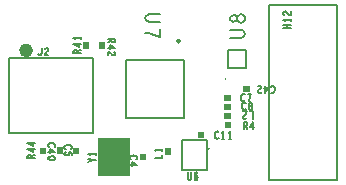
<source format=gto>
G04 ================== begin FILE IDENTIFICATION RECORD ==================*
G04 Layout Name:  ETDS_PCB_ANTENNA.brd*
G04 Film Name:    SILKSCREEN_TOP*
G04 File Format:  Gerber RS274X*
G04 File Origin:  Cadence Allegro 16.6-P004*
G04 Origin Date:  Mon Dec 01 16:47:35 2014*
G04 *
G04 Layer:  REF DES/SILKSCREEN_TOP*
G04 Layer:  PACKAGE GEOMETRY/SILKSCREEN_TOP*
G04 Layer:  BOARD GEOMETRY/SILKSCREEN_TOP*
G04 *
G04 Offset:    (0.00 0.00)*
G04 Mirror:    No*
G04 Mode:      Positive*
G04 Rotation:  0*
G04 FullContactRelief:  No*
G04 UndefLineWidth:     5.00*
G04 ================== end FILE IDENTIFICATION RECORD ====================*
%FSLAX25Y25*MOIN*%
%IR0*IPPOS*OFA0.00000B0.00000*MIA0B0*SFA1.00000B1.00000*%
%ADD10C,.005*%
G75*
%LPD*%
G75*
G36*
G01X769300Y1665500D02*
X767300D01*
Y1663300D01*
X769300D01*
Y1665500D01*
G37*
G36*
G01X761600Y1663200D02*
X763600D01*
Y1665400D01*
X761600D01*
Y1663200D01*
G37*
G36*
G01X759441Y1697800D02*
G03I-2341J0D01*
G37*
G36*
G01X781100Y1656000D02*
X791800D01*
Y1668600D01*
X781100D01*
Y1656000D01*
G37*
G36*
G01X774800Y1665300D02*
X772800D01*
Y1663100D01*
X774800D01*
Y1665300D01*
G37*
G36*
G01X776200Y1698300D02*
X778200D01*
Y1700500D01*
X776200D01*
Y1698300D01*
G37*
G36*
G01X783300Y1700500D02*
X781300D01*
Y1698300D01*
X783300D01*
Y1700500D01*
G37*
G36*
G01X797000Y1663400D02*
X795000D01*
Y1661200D01*
X797000D01*
Y1663400D01*
G37*
G36*
G01X803350Y1663000D02*
X805350D01*
Y1665200D01*
X803350D01*
Y1663000D01*
G37*
G36*
G01X814250Y1670550D02*
Y1668550D01*
X816450D01*
Y1670550D01*
X814250D01*
G37*
G36*
G01X808706Y1700900D02*
G03I-806J0D01*
G37*
G36*
G01X818397Y1664950D02*
G03I-447J0D01*
G37*
G36*
G01X823200Y1680000D02*
Y1678000D01*
X825400D01*
Y1680000D01*
X823200D01*
G37*
G36*
G01X823050Y1682850D02*
Y1680850D01*
X825250D01*
Y1682850D01*
X823050D01*
G37*
G36*
G01X823250Y1673800D02*
Y1671800D01*
X825450D01*
Y1673800D01*
X823250D01*
G37*
G36*
G01X825350Y1675050D02*
Y1677050D01*
X823150D01*
Y1675050D01*
X825350D01*
G37*
G36*
G01X831750Y1683850D02*
Y1685850D01*
X829550D01*
Y1683850D01*
X831750D01*
G37*
G36*
G01X823961Y1688350D02*
G03I-361J0D01*
G37*
G54D10*
G01X779300Y1670300D02*
Y1695200D01*
Y1695300D01*
X779200D01*
X751400D01*
Y1670300D01*
X779300D01*
G01X772192Y1665013D02*
X772317Y1665173D01*
X772400Y1665360D01*
Y1665573D01*
X772275Y1665813D01*
X772067Y1666000D01*
X771817Y1666133D01*
X771400Y1666240D01*
X771025Y1666267D01*
X770650Y1666213D01*
X770400Y1666133D01*
X770150Y1665973D01*
X769983Y1665787D01*
X769900Y1665600D01*
Y1665413D01*
X769983Y1665227D01*
X770108Y1665067D01*
X770275Y1664933D01*
G01Y1663987D02*
X770067Y1663827D01*
X769942Y1663640D01*
X769900Y1663400D01*
X769983Y1663160D01*
X770150Y1662973D01*
X770442Y1662840D01*
X770775Y1662813D01*
X771108Y1662867D01*
X771317Y1663000D01*
X771483Y1663187D01*
X771525Y1663373D01*
X771483Y1663560D01*
X771317Y1663800D01*
X772400Y1663720D01*
Y1663000D01*
G01X766692Y1665713D02*
X766817Y1665873D01*
X766900Y1666060D01*
Y1666273D01*
X766775Y1666513D01*
X766567Y1666700D01*
X766317Y1666833D01*
X765900Y1666940D01*
X765525Y1666967D01*
X765150Y1666913D01*
X764900Y1666833D01*
X764650Y1666673D01*
X764483Y1666487D01*
X764400Y1666300D01*
Y1666113D01*
X764483Y1665927D01*
X764608Y1665767D01*
X764775Y1665633D01*
G01X764400Y1663780D02*
X766900D01*
X765108Y1664767D01*
Y1663433D01*
G01X766900Y1661900D02*
X766817Y1662113D01*
X766608Y1662273D01*
X766358Y1662380D01*
X766025Y1662460D01*
X765650Y1662487D01*
X765275Y1662460D01*
X764942Y1662380D01*
X764692Y1662273D01*
X764483Y1662113D01*
X764400Y1661900D01*
X764483Y1661687D01*
X764692Y1661527D01*
X764942Y1661420D01*
X765275Y1661340D01*
X765650Y1661313D01*
X766025Y1661340D01*
X766358Y1661420D01*
X766608Y1661527D01*
X766817Y1661687D01*
X766900Y1661900D01*
G01X760000Y1661767D02*
X757500D01*
Y1662433D01*
X757625Y1662647D01*
X757792Y1662780D01*
X758125Y1662833D01*
X758458Y1662780D01*
X758667Y1662620D01*
X758792Y1662433D01*
Y1661767D01*
G01Y1662433D02*
X760000Y1662833D01*
G01Y1664820D02*
X757500D01*
X759292Y1663833D01*
Y1665167D01*
G01X760000Y1667020D02*
X757500D01*
X759292Y1666033D01*
Y1667367D01*
G01X761217Y1696700D02*
X761350Y1696450D01*
X761510Y1696283D01*
X761697Y1696200D01*
X761910Y1696283D01*
X762070Y1696450D01*
X762230Y1696700D01*
X762283Y1697033D01*
Y1698700D01*
G01X763443Y1698283D02*
X763603Y1698533D01*
X763790Y1698658D01*
X764003Y1698700D01*
X764270Y1698617D01*
X764457Y1698408D01*
X764510Y1698158D01*
X764483Y1697908D01*
X764377Y1697700D01*
X763843Y1697283D01*
X763603Y1696992D01*
X763443Y1696575D01*
X763390Y1696200D01*
X764510D01*
G01X780400Y1661200D02*
X779275D01*
X777900Y1660667D01*
G01Y1661733D02*
X779275Y1661200D01*
G01X780400Y1663400D02*
X777900D01*
X778400Y1663080D01*
G01X780400D02*
Y1663720D01*
G01X775300Y1696867D02*
X772800D01*
Y1697533D01*
X772925Y1697747D01*
X773092Y1697880D01*
X773425Y1697933D01*
X773758Y1697880D01*
X773967Y1697720D01*
X774092Y1697533D01*
Y1696867D01*
G01Y1697533D02*
X775300Y1697933D01*
G01Y1699920D02*
X772800D01*
X774592Y1698933D01*
Y1700267D01*
G01X775300Y1701800D02*
X772800D01*
X773300Y1701480D01*
G01X775300D02*
Y1702120D01*
G01X784300Y1701633D02*
X786800D01*
Y1700967D01*
X786675Y1700753D01*
X786508Y1700620D01*
X786175Y1700567D01*
X785842Y1700620D01*
X785633Y1700780D01*
X785508Y1700967D01*
Y1701633D01*
G01Y1700967D02*
X784300Y1700567D01*
G01Y1698580D02*
X786800D01*
X785008Y1699567D01*
Y1698233D01*
G01X786383Y1697207D02*
X786633Y1697047D01*
X786758Y1696860D01*
X786800Y1696647D01*
X786717Y1696380D01*
X786508Y1696193D01*
X786258Y1696140D01*
X786008Y1696167D01*
X785800Y1696273D01*
X785383Y1696807D01*
X785092Y1697047D01*
X784675Y1697207D01*
X784300Y1697260D01*
Y1696140D01*
G01X793892Y1661513D02*
X794017Y1661673D01*
X794100Y1661860D01*
Y1662073D01*
X793975Y1662313D01*
X793767Y1662500D01*
X793517Y1662633D01*
X793100Y1662740D01*
X792725Y1662767D01*
X792350Y1662713D01*
X792100Y1662633D01*
X791850Y1662473D01*
X791683Y1662287D01*
X791600Y1662100D01*
Y1661913D01*
X791683Y1661727D01*
X791808Y1661567D01*
X791975Y1661433D01*
G01X791600Y1659580D02*
X794100D01*
X792308Y1660567D01*
Y1659233D01*
G01X800050Y1661967D02*
X802550D01*
Y1663033D01*
G01Y1664700D02*
X800050D01*
X800550Y1664380D01*
G01X802550D02*
Y1665020D01*
G01X790350Y1694650D02*
Y1675350D01*
X809650D01*
Y1694650D01*
X790350D01*
G01X801900Y1709993D02*
X798317D01*
X797567Y1709740D01*
X797067Y1709233D01*
X796900Y1708600D01*
X797067Y1707967D01*
X797567Y1707460D01*
X798317Y1707207D01*
X801900D01*
G01X796900Y1703627D02*
X797983Y1703500D01*
X798900Y1703310D01*
X799733Y1703057D01*
X800650Y1702740D01*
X801900Y1702233D01*
Y1704767D01*
G01X810963Y1657150D02*
Y1655358D01*
X811070Y1654983D01*
X811283Y1654733D01*
X811550Y1654650D01*
X811817Y1654733D01*
X812030Y1654983D01*
X812137Y1655358D01*
Y1657150D01*
G01X813243Y1655692D02*
X813430Y1655983D01*
X813590Y1656150D01*
X813803Y1656233D01*
X813990Y1656150D01*
X814123Y1655983D01*
X814230Y1655733D01*
X814257Y1655442D01*
X814230Y1655192D01*
X814123Y1654942D01*
X813963Y1654733D01*
X813777Y1654650D01*
X813563Y1654733D01*
X813377Y1654983D01*
X813270Y1655358D01*
X813243Y1655775D01*
X813297Y1656317D01*
X813377Y1656608D01*
X813510Y1656900D01*
X813697Y1657108D01*
X813883Y1657150D01*
X814070Y1657067D01*
X814203Y1656858D01*
G01X808950Y1667850D02*
Y1658050D01*
X817350D01*
Y1667850D01*
X808950D01*
G01X830287Y1680292D02*
X830127Y1680417D01*
X829940Y1680500D01*
X829727D01*
X829487Y1680375D01*
X829300Y1680167D01*
X829167Y1679917D01*
X829060Y1679500D01*
X829033Y1679125D01*
X829087Y1678750D01*
X829167Y1678500D01*
X829327Y1678250D01*
X829513Y1678083D01*
X829700Y1678000D01*
X829887D01*
X830073Y1678083D01*
X830233Y1678208D01*
X830367Y1678375D01*
G01X831900Y1678000D02*
X832087Y1678042D01*
X832300Y1678167D01*
X832433Y1678375D01*
X832487Y1678667D01*
X832433Y1678958D01*
X832273Y1679208D01*
X832033Y1679333D01*
X831767D01*
X831607Y1679417D01*
X831473Y1679625D01*
X831420Y1679917D01*
X831500Y1680208D01*
X831687Y1680417D01*
X831900Y1680500D01*
X832113Y1680417D01*
X832300Y1680208D01*
X832380Y1679917D01*
X832327Y1679625D01*
X832193Y1679417D01*
X832033Y1679333D01*
X831767D01*
X831527Y1679208D01*
X831367Y1678958D01*
X831313Y1678667D01*
X831367Y1678375D01*
X831500Y1678167D01*
X831713Y1678042D01*
X831900Y1678000D01*
G01X829937Y1683142D02*
X829777Y1683267D01*
X829590Y1683350D01*
X829377D01*
X829137Y1683225D01*
X828950Y1683017D01*
X828817Y1682767D01*
X828710Y1682350D01*
X828683Y1681975D01*
X828737Y1681600D01*
X828817Y1681350D01*
X828977Y1681100D01*
X829163Y1680933D01*
X829350Y1680850D01*
X829537D01*
X829723Y1680933D01*
X829883Y1681058D01*
X830017Y1681225D01*
G01X831497Y1680850D02*
X831550Y1681392D01*
X831630Y1681850D01*
X831737Y1682267D01*
X831870Y1682725D01*
X832083Y1683350D01*
X831017D01*
G01X821187Y1670642D02*
X821027Y1670767D01*
X820840Y1670850D01*
X820627D01*
X820387Y1670725D01*
X820200Y1670517D01*
X820067Y1670267D01*
X819960Y1669850D01*
X819933Y1669475D01*
X819987Y1669100D01*
X820067Y1668850D01*
X820227Y1668600D01*
X820413Y1668433D01*
X820600Y1668350D01*
X820787D01*
X820973Y1668433D01*
X821133Y1668558D01*
X821267Y1668725D01*
G01X822800Y1668350D02*
Y1670850D01*
X822480Y1670350D01*
G01Y1668350D02*
X823120D01*
G01X825000D02*
Y1670850D01*
X824680Y1670350D01*
G01Y1668350D02*
X825320D01*
G01X829767Y1671550D02*
Y1674050D01*
X830433D01*
X830647Y1673925D01*
X830780Y1673758D01*
X830833Y1673425D01*
X830780Y1673092D01*
X830620Y1672883D01*
X830433Y1672758D01*
X829767D01*
G01X830433D02*
X830833Y1671550D01*
G01X832820D02*
Y1674050D01*
X831833Y1672258D01*
X833167D01*
G01X832783Y1674950D02*
Y1677450D01*
X831717D01*
G01X830557Y1675367D02*
X830397Y1675117D01*
X830210Y1674992D01*
X829997Y1674950D01*
X829730Y1675033D01*
X829543Y1675242D01*
X829490Y1675492D01*
X829517Y1675742D01*
X829623Y1675950D01*
X830157Y1676367D01*
X830397Y1676658D01*
X830557Y1677075D01*
X830610Y1677450D01*
X829490D01*
G01X830500Y1691950D02*
Y1697950D01*
X824500D01*
Y1691950D01*
X830500D01*
G01X825050Y1701957D02*
X828633D01*
X829383Y1702210D01*
X829883Y1702717D01*
X830050Y1703350D01*
X829883Y1703983D01*
X829383Y1704490D01*
X828633Y1704743D01*
X825050D01*
G01X830050Y1708450D02*
X829967Y1708893D01*
X829717Y1709400D01*
X829300Y1709717D01*
X828717Y1709843D01*
X828133Y1709717D01*
X827633Y1709337D01*
X827383Y1708767D01*
Y1708133D01*
X827217Y1707753D01*
X826800Y1707437D01*
X826217Y1707310D01*
X825633Y1707500D01*
X825217Y1707943D01*
X825050Y1708450D01*
X825217Y1708957D01*
X825633Y1709400D01*
X826217Y1709590D01*
X826800Y1709463D01*
X827217Y1709147D01*
X827383Y1708767D01*
Y1708133D01*
X827633Y1707563D01*
X828133Y1707183D01*
X828717Y1707057D01*
X829300Y1707183D01*
X829717Y1707500D01*
X829967Y1708007D01*
X830050Y1708450D01*
G01X860650Y1654750D02*
X837950D01*
Y1712850D01*
X860650D01*
Y1654750D01*
G01X838763Y1683708D02*
X838923Y1683583D01*
X839110Y1683500D01*
X839323D01*
X839563Y1683625D01*
X839750Y1683833D01*
X839883Y1684083D01*
X839990Y1684500D01*
X840017Y1684875D01*
X839963Y1685250D01*
X839883Y1685500D01*
X839723Y1685750D01*
X839537Y1685917D01*
X839350Y1686000D01*
X839163D01*
X838977Y1685917D01*
X838817Y1685792D01*
X838683Y1685625D01*
G01X836830Y1686000D02*
Y1683500D01*
X837817Y1685292D01*
X836483D01*
G01X835457Y1683917D02*
X835297Y1683667D01*
X835110Y1683542D01*
X834897Y1683500D01*
X834630Y1683583D01*
X834443Y1683792D01*
X834390Y1684042D01*
X834417Y1684292D01*
X834523Y1684500D01*
X835057Y1684917D01*
X835297Y1685208D01*
X835457Y1685625D01*
X835510Y1686000D01*
X834390D01*
G01X845250Y1705290D02*
X842750D01*
G01Y1706410D02*
X845250D01*
G01X844000D02*
Y1705290D01*
G01X845250Y1708050D02*
X842750D01*
X843250Y1707730D01*
G01X845250D02*
Y1708370D01*
G01X843167Y1709743D02*
X842917Y1709903D01*
X842792Y1710090D01*
X842750Y1710303D01*
X842833Y1710570D01*
X843042Y1710757D01*
X843292Y1710810D01*
X843542Y1710783D01*
X843750Y1710677D01*
X844167Y1710143D01*
X844458Y1709903D01*
X844875Y1709743D01*
X845250Y1709690D01*
Y1710810D01*
M02*

</source>
